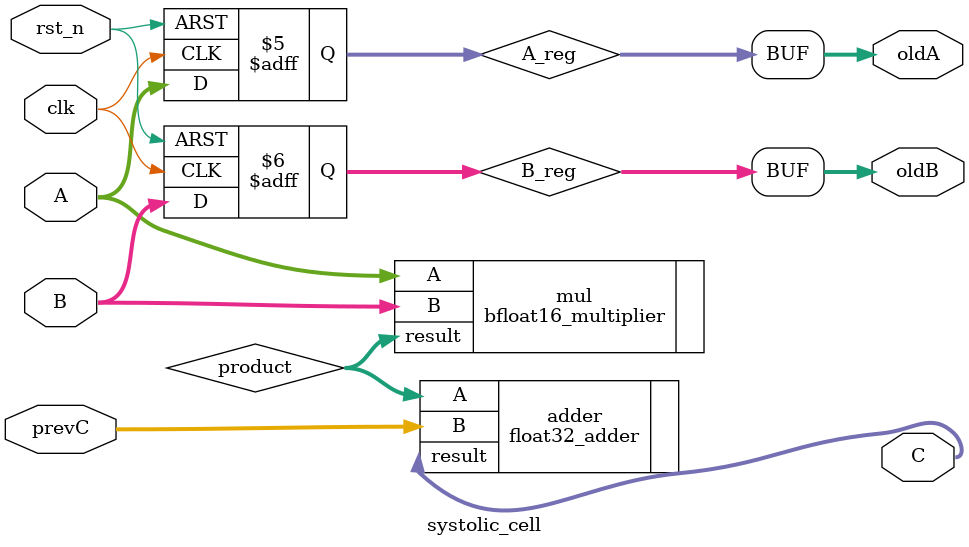
<source format=v>
module systolic_cell (
    input clk,
    input rst_n,
    input [15:0] A, B,
    input [31:0] prevC,
    output [15:0] oldA, oldB,
    output [31:0] C
);

reg [15:0] A_reg = 16'd0, B_reg = 16'd0;
wire [31:0] product;

bfloat16_multiplier mul (.A(A), .B(B), .result(product));
float32_adder adder (.A(product), .B(prevC), .result(C));

always @(posedge clk or negedge rst_n) begin
    if (!rst_n) begin
        A_reg <= 16'd0;
        B_reg <= 16'd0;
    end else begin
        A_reg <= A;
        B_reg <= B;
    end
end

assign oldA = A_reg;
assign oldB = B_reg;

endmodule

</source>
